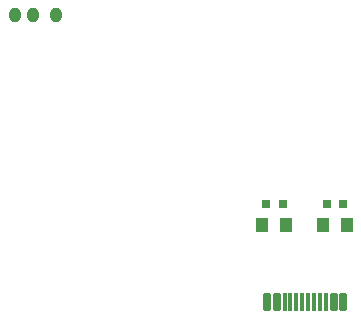
<source format=gbp>
G04*
G04 #@! TF.GenerationSoftware,Altium Limited,Altium Designer,22.1.2 (22)*
G04*
G04 Layer_Color=128*
%FSLAX44Y44*%
%MOMM*%
G71*
G04*
G04 #@! TF.SameCoordinates,7F6DEDBC-D18B-47E0-87DD-0464843C39CA*
G04*
G04*
G04 #@! TF.FilePolarity,Positive*
G04*
G01*
G75*
%ADD31R,0.7620X0.7620*%
%ADD34R,1.0000X1.3000*%
%ADD123O,1.0000X1.3000*%
G04:AMPARAMS|DCode=124|XSize=1.6mm|YSize=0.3mm|CornerRadius=0.075mm|HoleSize=0mm|Usage=FLASHONLY|Rotation=90.000|XOffset=0mm|YOffset=0mm|HoleType=Round|Shape=RoundedRectangle|*
%AMROUNDEDRECTD124*
21,1,1.6000,0.1500,0,0,90.0*
21,1,1.4500,0.3000,0,0,90.0*
1,1,0.1500,0.0750,0.7250*
1,1,0.1500,0.0750,-0.7250*
1,1,0.1500,-0.0750,-0.7250*
1,1,0.1500,-0.0750,0.7250*
%
%ADD124ROUNDEDRECTD124*%
G04:AMPARAMS|DCode=125|XSize=1.6mm|YSize=0.6mm|CornerRadius=0.15mm|HoleSize=0mm|Usage=FLASHONLY|Rotation=90.000|XOffset=0mm|YOffset=0mm|HoleType=Round|Shape=RoundedRectangle|*
%AMROUNDEDRECTD125*
21,1,1.6000,0.3000,0,0,90.0*
21,1,1.3000,0.6000,0,0,90.0*
1,1,0.3000,0.1500,0.6500*
1,1,0.3000,0.1500,-0.6500*
1,1,0.3000,-0.1500,-0.6500*
1,1,0.3000,-0.1500,0.6500*
%
%ADD125ROUNDEDRECTD125*%
D31*
X481218Y144526D02*
D03*
X467218D02*
D03*
X518780D02*
D03*
X532780D02*
D03*
D34*
X463964Y126746D02*
D03*
X483964D02*
D03*
X535780Y126746D02*
D03*
X515780D02*
D03*
D123*
X289052Y304038D02*
D03*
X270002D02*
D03*
X254254D02*
D03*
D124*
X512880Y61576D02*
D03*
X502880D02*
D03*
X497880D02*
D03*
X487880D02*
D03*
X482880D02*
D03*
X492880D02*
D03*
X507880D02*
D03*
X517880D02*
D03*
D125*
X468380D02*
D03*
X476380D02*
D03*
X532380D02*
D03*
X524380D02*
D03*
M02*

</source>
